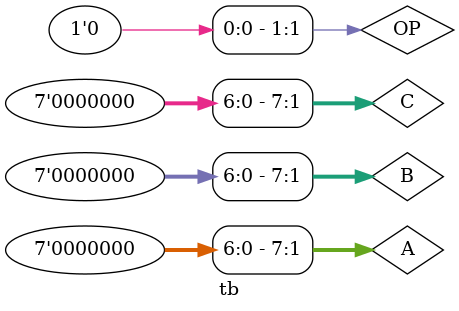
<source format=v>
`include "question1-2.v"

module tb;

    reg [7:0] A, B, C;
    reg [1:0] OP;
    wire [7:0] R;
    wire C_out;

    eight_bit_adder adder(A, B, C, OP, R, C_out);

    initial begin
        A = 0;
        B = 0;
        C = 0;
        #3;

        $monitor("A = %d, B = %d, C = %d, R = %d, Carry = %b", A, B, C, R, C_out);

        repeat(10) begin
            A = $random;
            B = $random;
            C = $random;
            OP = $random;
        
            #20;
        end
    
    end

endmodule
</source>
